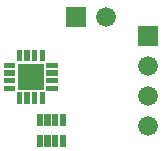
<source format=gbr>
G04 start of page 4 for group -4063 idx -4063 *
G04 Title: (unknown), componentmask *
G04 Creator: pcb 20091103 *
G04 CreationDate: Mon 21 Mar 2011 05:54:21 AM GMT UTC *
G04 For: gjhurlbu *
G04 Format: Gerber/RS-274X *
G04 PCB-Dimensions: 600000 500000 *
G04 PCB-Coordinate-Origin: lower left *
%MOIN*%
%FSLAX25Y25*%
%LNFRONTMASK*%
%ADD12C,0.0200*%
%ADD19C,0.0660*%
%ADD20R,0.0176X0.0176*%
%ADD21R,0.0210X0.0210*%
G54D12*G36*
X89200Y460800D02*Y454200D01*
X95800D01*
Y460800D01*
X89200D01*
G37*
G54D19*X102500Y457500D03*
G54D12*G36*
X113200Y454300D02*Y447700D01*
X119800D01*
Y454300D01*
X113200D01*
G37*
G54D19*X116500Y441000D03*
Y431000D03*
Y421000D03*
G54D20*X73662Y431457D02*Y429371D01*
X76221Y431457D02*Y429371D01*
X78779Y431457D02*Y429371D01*
X81338Y431457D02*Y429371D01*
X83543Y433662D02*X85629D01*
X83543Y436221D02*X85629D01*
X83543Y438779D02*X85629D01*
X83543Y441338D02*X85629D01*
G54D21*X88100Y424000D02*Y422000D01*
Y417000D02*Y415000D01*
X85500Y424000D02*Y422000D01*
X83000Y424000D02*Y422000D01*
X80400Y424000D02*Y422000D01*
Y417000D02*Y415000D01*
X83000Y417000D02*Y415000D01*
X85500Y417000D02*Y415000D01*
G54D20*X81338Y445629D02*Y443543D01*
X78779Y445629D02*Y443543D01*
X76221Y445629D02*Y443543D01*
X69371Y436221D02*X71457D01*
X69371Y433662D02*X71457D01*
X73662Y445629D02*Y443543D01*
X69371Y441338D02*X71457D01*
X69371Y438779D02*X71457D01*
G54D12*G36*
X73167Y441833D02*Y433166D01*
X81834D01*
Y441833D01*
X73167D01*
G37*
M02*

</source>
